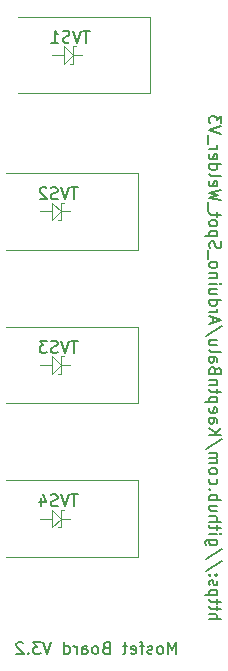
<source format=gbr>
G04 #@! TF.FileFunction,Legend,Bot*
%FSLAX46Y46*%
G04 Gerber Fmt 4.6, Leading zero omitted, Abs format (unit mm)*
G04 Created by KiCad (PCBNEW 4.0.4-stable) date 01/02/18 12:20:26*
%MOMM*%
%LPD*%
G01*
G04 APERTURE LIST*
%ADD10C,0.100000*%
%ADD11C,0.200000*%
%ADD12C,0.120000*%
%ADD13C,0.150000*%
G04 APERTURE END LIST*
D10*
X152250000Y-74000000D02*
X152250000Y-73250000D01*
X152000000Y-112500000D02*
X152750000Y-112500000D01*
X152500000Y-86500000D02*
X152750000Y-86500000D01*
X152000000Y-99500000D02*
X152750000Y-99500000D01*
X152000000Y-86500000D02*
X152500000Y-86500000D01*
X152000000Y-113250000D02*
X151750000Y-113250000D01*
X152000000Y-112500000D02*
X152000000Y-113250000D01*
X152000000Y-111750000D02*
X152250000Y-111750000D01*
X152000000Y-112500000D02*
X152000000Y-111750000D01*
X151250000Y-113250000D02*
X151250000Y-112500000D01*
X152000000Y-112500000D02*
X151250000Y-113250000D01*
X151250000Y-111750000D02*
X152000000Y-112500000D01*
X151250000Y-112500000D02*
X151250000Y-111750000D01*
X150250000Y-112500000D02*
X151250000Y-112500000D01*
X152000000Y-100250000D02*
X151750000Y-100250000D01*
X152000000Y-99500000D02*
X152000000Y-100250000D01*
X152000000Y-98750000D02*
X152250000Y-98750000D01*
X152000000Y-99500000D02*
X152000000Y-98750000D01*
X151250000Y-100250000D02*
X151250000Y-99500000D01*
X152000000Y-99500000D02*
X151250000Y-100250000D01*
X151250000Y-98750000D02*
X152000000Y-99500000D01*
X151250000Y-99500000D02*
X151250000Y-98750000D01*
X150250000Y-99500000D02*
X151250000Y-99500000D01*
X152000000Y-87250000D02*
X151750000Y-87250000D01*
X152000000Y-86500000D02*
X152000000Y-87250000D01*
X152000000Y-85750000D02*
X152250000Y-85750000D01*
X152000000Y-86500000D02*
X152000000Y-85750000D01*
X151250000Y-87250000D02*
X151250000Y-86500000D01*
X152000000Y-86500000D02*
X151250000Y-87250000D01*
X151250000Y-85750000D02*
X152000000Y-86500000D01*
X151250000Y-86500000D02*
X151250000Y-85750000D01*
X150250000Y-86500000D02*
X151250000Y-86500000D01*
D11*
X161738096Y-123952381D02*
X161738096Y-122952381D01*
X161404762Y-123666667D01*
X161071429Y-122952381D01*
X161071429Y-123952381D01*
X160452382Y-123952381D02*
X160547620Y-123904762D01*
X160595239Y-123857143D01*
X160642858Y-123761905D01*
X160642858Y-123476190D01*
X160595239Y-123380952D01*
X160547620Y-123333333D01*
X160452382Y-123285714D01*
X160309524Y-123285714D01*
X160214286Y-123333333D01*
X160166667Y-123380952D01*
X160119048Y-123476190D01*
X160119048Y-123761905D01*
X160166667Y-123857143D01*
X160214286Y-123904762D01*
X160309524Y-123952381D01*
X160452382Y-123952381D01*
X159738096Y-123904762D02*
X159642858Y-123952381D01*
X159452382Y-123952381D01*
X159357143Y-123904762D01*
X159309524Y-123809524D01*
X159309524Y-123761905D01*
X159357143Y-123666667D01*
X159452382Y-123619048D01*
X159595239Y-123619048D01*
X159690477Y-123571429D01*
X159738096Y-123476190D01*
X159738096Y-123428571D01*
X159690477Y-123333333D01*
X159595239Y-123285714D01*
X159452382Y-123285714D01*
X159357143Y-123333333D01*
X159023810Y-123285714D02*
X158642858Y-123285714D01*
X158880953Y-123952381D02*
X158880953Y-123095238D01*
X158833334Y-123000000D01*
X158738096Y-122952381D01*
X158642858Y-122952381D01*
X157928571Y-123904762D02*
X158023809Y-123952381D01*
X158214286Y-123952381D01*
X158309524Y-123904762D01*
X158357143Y-123809524D01*
X158357143Y-123428571D01*
X158309524Y-123333333D01*
X158214286Y-123285714D01*
X158023809Y-123285714D01*
X157928571Y-123333333D01*
X157880952Y-123428571D01*
X157880952Y-123523810D01*
X158357143Y-123619048D01*
X157595238Y-123285714D02*
X157214286Y-123285714D01*
X157452381Y-122952381D02*
X157452381Y-123809524D01*
X157404762Y-123904762D01*
X157309524Y-123952381D01*
X157214286Y-123952381D01*
X155785713Y-123428571D02*
X155642856Y-123476190D01*
X155595237Y-123523810D01*
X155547618Y-123619048D01*
X155547618Y-123761905D01*
X155595237Y-123857143D01*
X155642856Y-123904762D01*
X155738094Y-123952381D01*
X156119047Y-123952381D01*
X156119047Y-122952381D01*
X155785713Y-122952381D01*
X155690475Y-123000000D01*
X155642856Y-123047619D01*
X155595237Y-123142857D01*
X155595237Y-123238095D01*
X155642856Y-123333333D01*
X155690475Y-123380952D01*
X155785713Y-123428571D01*
X156119047Y-123428571D01*
X154976190Y-123952381D02*
X155071428Y-123904762D01*
X155119047Y-123857143D01*
X155166666Y-123761905D01*
X155166666Y-123476190D01*
X155119047Y-123380952D01*
X155071428Y-123333333D01*
X154976190Y-123285714D01*
X154833332Y-123285714D01*
X154738094Y-123333333D01*
X154690475Y-123380952D01*
X154642856Y-123476190D01*
X154642856Y-123761905D01*
X154690475Y-123857143D01*
X154738094Y-123904762D01*
X154833332Y-123952381D01*
X154976190Y-123952381D01*
X153785713Y-123952381D02*
X153785713Y-123428571D01*
X153833332Y-123333333D01*
X153928570Y-123285714D01*
X154119047Y-123285714D01*
X154214285Y-123333333D01*
X153785713Y-123904762D02*
X153880951Y-123952381D01*
X154119047Y-123952381D01*
X154214285Y-123904762D01*
X154261904Y-123809524D01*
X154261904Y-123714286D01*
X154214285Y-123619048D01*
X154119047Y-123571429D01*
X153880951Y-123571429D01*
X153785713Y-123523810D01*
X153309523Y-123952381D02*
X153309523Y-123285714D01*
X153309523Y-123476190D02*
X153261904Y-123380952D01*
X153214285Y-123333333D01*
X153119047Y-123285714D01*
X153023808Y-123285714D01*
X152261903Y-123952381D02*
X152261903Y-122952381D01*
X152261903Y-123904762D02*
X152357141Y-123952381D01*
X152547618Y-123952381D01*
X152642856Y-123904762D01*
X152690475Y-123857143D01*
X152738094Y-123761905D01*
X152738094Y-123476190D01*
X152690475Y-123380952D01*
X152642856Y-123333333D01*
X152547618Y-123285714D01*
X152357141Y-123285714D01*
X152261903Y-123333333D01*
X151166665Y-122952381D02*
X150833332Y-123952381D01*
X150499998Y-122952381D01*
X150261903Y-122952381D02*
X149642855Y-122952381D01*
X149976189Y-123333333D01*
X149833331Y-123333333D01*
X149738093Y-123380952D01*
X149690474Y-123428571D01*
X149642855Y-123523810D01*
X149642855Y-123761905D01*
X149690474Y-123857143D01*
X149738093Y-123904762D01*
X149833331Y-123952381D01*
X150119046Y-123952381D01*
X150214284Y-123904762D01*
X150261903Y-123857143D01*
X149214284Y-123857143D02*
X149166665Y-123904762D01*
X149214284Y-123952381D01*
X149261903Y-123904762D01*
X149214284Y-123857143D01*
X149214284Y-123952381D01*
X148785713Y-123047619D02*
X148738094Y-123000000D01*
X148642856Y-122952381D01*
X148404760Y-122952381D01*
X148309522Y-123000000D01*
X148261903Y-123047619D01*
X148214284Y-123142857D01*
X148214284Y-123238095D01*
X148261903Y-123380952D01*
X148833332Y-123952381D01*
X148214284Y-123952381D01*
D10*
X153000000Y-74000000D02*
X152750000Y-74000000D01*
X153000000Y-72500000D02*
X153250000Y-72500000D01*
X153000000Y-73250000D02*
X153750000Y-73250000D01*
X153000000Y-73250000D02*
X153000000Y-74000000D01*
X153000000Y-73250000D02*
X153000000Y-72500000D01*
X153000000Y-73250000D02*
X152250000Y-74000000D01*
X152250000Y-72500000D02*
X153000000Y-73250000D01*
X152250000Y-73250000D02*
X152250000Y-72500000D01*
X151250000Y-73250000D02*
X152250000Y-73250000D01*
D11*
X164547619Y-121035717D02*
X165547619Y-121035717D01*
X164547619Y-120607145D02*
X165071429Y-120607145D01*
X165166667Y-120654764D01*
X165214286Y-120750002D01*
X165214286Y-120892860D01*
X165166667Y-120988098D01*
X165119048Y-121035717D01*
X165214286Y-120273812D02*
X165214286Y-119892860D01*
X165547619Y-120130955D02*
X164690476Y-120130955D01*
X164595238Y-120083336D01*
X164547619Y-119988098D01*
X164547619Y-119892860D01*
X165214286Y-119702383D02*
X165214286Y-119321431D01*
X165547619Y-119559526D02*
X164690476Y-119559526D01*
X164595238Y-119511907D01*
X164547619Y-119416669D01*
X164547619Y-119321431D01*
X165214286Y-118988097D02*
X164214286Y-118988097D01*
X165166667Y-118988097D02*
X165214286Y-118892859D01*
X165214286Y-118702382D01*
X165166667Y-118607144D01*
X165119048Y-118559525D01*
X165023810Y-118511906D01*
X164738095Y-118511906D01*
X164642857Y-118559525D01*
X164595238Y-118607144D01*
X164547619Y-118702382D01*
X164547619Y-118892859D01*
X164595238Y-118988097D01*
X164595238Y-118130954D02*
X164547619Y-118035716D01*
X164547619Y-117845240D01*
X164595238Y-117750001D01*
X164690476Y-117702382D01*
X164738095Y-117702382D01*
X164833333Y-117750001D01*
X164880952Y-117845240D01*
X164880952Y-117988097D01*
X164928571Y-118083335D01*
X165023810Y-118130954D01*
X165071429Y-118130954D01*
X165166667Y-118083335D01*
X165214286Y-117988097D01*
X165214286Y-117845240D01*
X165166667Y-117750001D01*
X164642857Y-117273811D02*
X164595238Y-117226192D01*
X164547619Y-117273811D01*
X164595238Y-117321430D01*
X164642857Y-117273811D01*
X164547619Y-117273811D01*
X165166667Y-117273811D02*
X165119048Y-117226192D01*
X165071429Y-117273811D01*
X165119048Y-117321430D01*
X165166667Y-117273811D01*
X165071429Y-117273811D01*
X165595238Y-116083335D02*
X164309524Y-116940478D01*
X165595238Y-115035716D02*
X164309524Y-115892859D01*
X165214286Y-114273811D02*
X164404762Y-114273811D01*
X164309524Y-114321430D01*
X164261905Y-114369049D01*
X164214286Y-114464288D01*
X164214286Y-114607145D01*
X164261905Y-114702383D01*
X164595238Y-114273811D02*
X164547619Y-114369049D01*
X164547619Y-114559526D01*
X164595238Y-114654764D01*
X164642857Y-114702383D01*
X164738095Y-114750002D01*
X165023810Y-114750002D01*
X165119048Y-114702383D01*
X165166667Y-114654764D01*
X165214286Y-114559526D01*
X165214286Y-114369049D01*
X165166667Y-114273811D01*
X164547619Y-113797621D02*
X165214286Y-113797621D01*
X165547619Y-113797621D02*
X165500000Y-113845240D01*
X165452381Y-113797621D01*
X165500000Y-113750002D01*
X165547619Y-113797621D01*
X165452381Y-113797621D01*
X165214286Y-113464288D02*
X165214286Y-113083336D01*
X165547619Y-113321431D02*
X164690476Y-113321431D01*
X164595238Y-113273812D01*
X164547619Y-113178574D01*
X164547619Y-113083336D01*
X164547619Y-112750002D02*
X165547619Y-112750002D01*
X164547619Y-112321430D02*
X165071429Y-112321430D01*
X165166667Y-112369049D01*
X165214286Y-112464287D01*
X165214286Y-112607145D01*
X165166667Y-112702383D01*
X165119048Y-112750002D01*
X165214286Y-111416668D02*
X164547619Y-111416668D01*
X165214286Y-111845240D02*
X164690476Y-111845240D01*
X164595238Y-111797621D01*
X164547619Y-111702383D01*
X164547619Y-111559525D01*
X164595238Y-111464287D01*
X164642857Y-111416668D01*
X164547619Y-110940478D02*
X165547619Y-110940478D01*
X165166667Y-110940478D02*
X165214286Y-110845240D01*
X165214286Y-110654763D01*
X165166667Y-110559525D01*
X165119048Y-110511906D01*
X165023810Y-110464287D01*
X164738095Y-110464287D01*
X164642857Y-110511906D01*
X164595238Y-110559525D01*
X164547619Y-110654763D01*
X164547619Y-110845240D01*
X164595238Y-110940478D01*
X164642857Y-110035716D02*
X164595238Y-109988097D01*
X164547619Y-110035716D01*
X164595238Y-110083335D01*
X164642857Y-110035716D01*
X164547619Y-110035716D01*
X164595238Y-109130954D02*
X164547619Y-109226192D01*
X164547619Y-109416669D01*
X164595238Y-109511907D01*
X164642857Y-109559526D01*
X164738095Y-109607145D01*
X165023810Y-109607145D01*
X165119048Y-109559526D01*
X165166667Y-109511907D01*
X165214286Y-109416669D01*
X165214286Y-109226192D01*
X165166667Y-109130954D01*
X164547619Y-108559526D02*
X164595238Y-108654764D01*
X164642857Y-108702383D01*
X164738095Y-108750002D01*
X165023810Y-108750002D01*
X165119048Y-108702383D01*
X165166667Y-108654764D01*
X165214286Y-108559526D01*
X165214286Y-108416668D01*
X165166667Y-108321430D01*
X165119048Y-108273811D01*
X165023810Y-108226192D01*
X164738095Y-108226192D01*
X164642857Y-108273811D01*
X164595238Y-108321430D01*
X164547619Y-108416668D01*
X164547619Y-108559526D01*
X164547619Y-107797621D02*
X165214286Y-107797621D01*
X165119048Y-107797621D02*
X165166667Y-107750002D01*
X165214286Y-107654764D01*
X165214286Y-107511906D01*
X165166667Y-107416668D01*
X165071429Y-107369049D01*
X164547619Y-107369049D01*
X165071429Y-107369049D02*
X165166667Y-107321430D01*
X165214286Y-107226192D01*
X165214286Y-107083335D01*
X165166667Y-106988097D01*
X165071429Y-106940478D01*
X164547619Y-106940478D01*
X165595238Y-105750002D02*
X164309524Y-106607145D01*
X164547619Y-105416669D02*
X165547619Y-105416669D01*
X164547619Y-104845240D02*
X165119048Y-105273812D01*
X165547619Y-104845240D02*
X164976190Y-105416669D01*
X164547619Y-103988097D02*
X165071429Y-103988097D01*
X165166667Y-104035716D01*
X165214286Y-104130954D01*
X165214286Y-104321431D01*
X165166667Y-104416669D01*
X164595238Y-103988097D02*
X164547619Y-104083335D01*
X164547619Y-104321431D01*
X164595238Y-104416669D01*
X164690476Y-104464288D01*
X164785714Y-104464288D01*
X164880952Y-104416669D01*
X164928571Y-104321431D01*
X164928571Y-104083335D01*
X164976190Y-103988097D01*
X164595238Y-103130954D02*
X164547619Y-103226192D01*
X164547619Y-103416669D01*
X164595238Y-103511907D01*
X164690476Y-103559526D01*
X165071429Y-103559526D01*
X165166667Y-103511907D01*
X165214286Y-103416669D01*
X165214286Y-103226192D01*
X165166667Y-103130954D01*
X165071429Y-103083335D01*
X164976190Y-103083335D01*
X164880952Y-103559526D01*
X165214286Y-102654764D02*
X164214286Y-102654764D01*
X165166667Y-102654764D02*
X165214286Y-102559526D01*
X165214286Y-102369049D01*
X165166667Y-102273811D01*
X165119048Y-102226192D01*
X165023810Y-102178573D01*
X164738095Y-102178573D01*
X164642857Y-102226192D01*
X164595238Y-102273811D01*
X164547619Y-102369049D01*
X164547619Y-102559526D01*
X164595238Y-102654764D01*
X165214286Y-101892859D02*
X165214286Y-101511907D01*
X165547619Y-101750002D02*
X164690476Y-101750002D01*
X164595238Y-101702383D01*
X164547619Y-101607145D01*
X164547619Y-101511907D01*
X165214286Y-101178573D02*
X164547619Y-101178573D01*
X165119048Y-101178573D02*
X165166667Y-101130954D01*
X165214286Y-101035716D01*
X165214286Y-100892858D01*
X165166667Y-100797620D01*
X165071429Y-100750001D01*
X164547619Y-100750001D01*
X165071429Y-99940477D02*
X165023810Y-99797620D01*
X164976190Y-99750001D01*
X164880952Y-99702382D01*
X164738095Y-99702382D01*
X164642857Y-99750001D01*
X164595238Y-99797620D01*
X164547619Y-99892858D01*
X164547619Y-100273811D01*
X165547619Y-100273811D01*
X165547619Y-99940477D01*
X165500000Y-99845239D01*
X165452381Y-99797620D01*
X165357143Y-99750001D01*
X165261905Y-99750001D01*
X165166667Y-99797620D01*
X165119048Y-99845239D01*
X165071429Y-99940477D01*
X165071429Y-100273811D01*
X164547619Y-98845239D02*
X165071429Y-98845239D01*
X165166667Y-98892858D01*
X165214286Y-98988096D01*
X165214286Y-99178573D01*
X165166667Y-99273811D01*
X164595238Y-98845239D02*
X164547619Y-98940477D01*
X164547619Y-99178573D01*
X164595238Y-99273811D01*
X164690476Y-99321430D01*
X164785714Y-99321430D01*
X164880952Y-99273811D01*
X164928571Y-99178573D01*
X164928571Y-98940477D01*
X164976190Y-98845239D01*
X164547619Y-98226192D02*
X164595238Y-98321430D01*
X164690476Y-98369049D01*
X165547619Y-98369049D01*
X165214286Y-97416667D02*
X164547619Y-97416667D01*
X165214286Y-97845239D02*
X164690476Y-97845239D01*
X164595238Y-97797620D01*
X164547619Y-97702382D01*
X164547619Y-97559524D01*
X164595238Y-97464286D01*
X164642857Y-97416667D01*
X165595238Y-96226191D02*
X164309524Y-97083334D01*
X164833333Y-95940477D02*
X164833333Y-95464286D01*
X164547619Y-96035715D02*
X165547619Y-95702382D01*
X164547619Y-95369048D01*
X164547619Y-95035715D02*
X165214286Y-95035715D01*
X165023810Y-95035715D02*
X165119048Y-94988096D01*
X165166667Y-94940477D01*
X165214286Y-94845239D01*
X165214286Y-94750000D01*
X164547619Y-93988095D02*
X165547619Y-93988095D01*
X164595238Y-93988095D02*
X164547619Y-94083333D01*
X164547619Y-94273810D01*
X164595238Y-94369048D01*
X164642857Y-94416667D01*
X164738095Y-94464286D01*
X165023810Y-94464286D01*
X165119048Y-94416667D01*
X165166667Y-94369048D01*
X165214286Y-94273810D01*
X165214286Y-94083333D01*
X165166667Y-93988095D01*
X165214286Y-93083333D02*
X164547619Y-93083333D01*
X165214286Y-93511905D02*
X164690476Y-93511905D01*
X164595238Y-93464286D01*
X164547619Y-93369048D01*
X164547619Y-93226190D01*
X164595238Y-93130952D01*
X164642857Y-93083333D01*
X164547619Y-92607143D02*
X165214286Y-92607143D01*
X165547619Y-92607143D02*
X165500000Y-92654762D01*
X165452381Y-92607143D01*
X165500000Y-92559524D01*
X165547619Y-92607143D01*
X165452381Y-92607143D01*
X165214286Y-92130953D02*
X164547619Y-92130953D01*
X165119048Y-92130953D02*
X165166667Y-92083334D01*
X165214286Y-91988096D01*
X165214286Y-91845238D01*
X165166667Y-91750000D01*
X165071429Y-91702381D01*
X164547619Y-91702381D01*
X164547619Y-91083334D02*
X164595238Y-91178572D01*
X164642857Y-91226191D01*
X164738095Y-91273810D01*
X165023810Y-91273810D01*
X165119048Y-91226191D01*
X165166667Y-91178572D01*
X165214286Y-91083334D01*
X165214286Y-90940476D01*
X165166667Y-90845238D01*
X165119048Y-90797619D01*
X165023810Y-90750000D01*
X164738095Y-90750000D01*
X164642857Y-90797619D01*
X164595238Y-90845238D01*
X164547619Y-90940476D01*
X164547619Y-91083334D01*
X164452381Y-90559524D02*
X164452381Y-89797619D01*
X164595238Y-89607143D02*
X164547619Y-89464286D01*
X164547619Y-89226190D01*
X164595238Y-89130952D01*
X164642857Y-89083333D01*
X164738095Y-89035714D01*
X164833333Y-89035714D01*
X164928571Y-89083333D01*
X164976190Y-89130952D01*
X165023810Y-89226190D01*
X165071429Y-89416667D01*
X165119048Y-89511905D01*
X165166667Y-89559524D01*
X165261905Y-89607143D01*
X165357143Y-89607143D01*
X165452381Y-89559524D01*
X165500000Y-89511905D01*
X165547619Y-89416667D01*
X165547619Y-89178571D01*
X165500000Y-89035714D01*
X165214286Y-88607143D02*
X164214286Y-88607143D01*
X165166667Y-88607143D02*
X165214286Y-88511905D01*
X165214286Y-88321428D01*
X165166667Y-88226190D01*
X165119048Y-88178571D01*
X165023810Y-88130952D01*
X164738095Y-88130952D01*
X164642857Y-88178571D01*
X164595238Y-88226190D01*
X164547619Y-88321428D01*
X164547619Y-88511905D01*
X164595238Y-88607143D01*
X164547619Y-87559524D02*
X164595238Y-87654762D01*
X164642857Y-87702381D01*
X164738095Y-87750000D01*
X165023810Y-87750000D01*
X165119048Y-87702381D01*
X165166667Y-87654762D01*
X165214286Y-87559524D01*
X165214286Y-87416666D01*
X165166667Y-87321428D01*
X165119048Y-87273809D01*
X165023810Y-87226190D01*
X164738095Y-87226190D01*
X164642857Y-87273809D01*
X164595238Y-87321428D01*
X164547619Y-87416666D01*
X164547619Y-87559524D01*
X165214286Y-86940476D02*
X165214286Y-86559524D01*
X165547619Y-86797619D02*
X164690476Y-86797619D01*
X164595238Y-86750000D01*
X164547619Y-86654762D01*
X164547619Y-86559524D01*
X164452381Y-86464285D02*
X164452381Y-85702380D01*
X165547619Y-85559523D02*
X164547619Y-85321428D01*
X165261905Y-85130951D01*
X164547619Y-84940475D01*
X165547619Y-84702380D01*
X164595238Y-83940475D02*
X164547619Y-84035713D01*
X164547619Y-84226190D01*
X164595238Y-84321428D01*
X164690476Y-84369047D01*
X165071429Y-84369047D01*
X165166667Y-84321428D01*
X165214286Y-84226190D01*
X165214286Y-84035713D01*
X165166667Y-83940475D01*
X165071429Y-83892856D01*
X164976190Y-83892856D01*
X164880952Y-84369047D01*
X164547619Y-83321428D02*
X164595238Y-83416666D01*
X164690476Y-83464285D01*
X165547619Y-83464285D01*
X164547619Y-82511903D02*
X165547619Y-82511903D01*
X164595238Y-82511903D02*
X164547619Y-82607141D01*
X164547619Y-82797618D01*
X164595238Y-82892856D01*
X164642857Y-82940475D01*
X164738095Y-82988094D01*
X165023810Y-82988094D01*
X165119048Y-82940475D01*
X165166667Y-82892856D01*
X165214286Y-82797618D01*
X165214286Y-82607141D01*
X165166667Y-82511903D01*
X164595238Y-81654760D02*
X164547619Y-81749998D01*
X164547619Y-81940475D01*
X164595238Y-82035713D01*
X164690476Y-82083332D01*
X165071429Y-82083332D01*
X165166667Y-82035713D01*
X165214286Y-81940475D01*
X165214286Y-81749998D01*
X165166667Y-81654760D01*
X165071429Y-81607141D01*
X164976190Y-81607141D01*
X164880952Y-82083332D01*
X164547619Y-81178570D02*
X165214286Y-81178570D01*
X165023810Y-81178570D02*
X165119048Y-81130951D01*
X165166667Y-81083332D01*
X165214286Y-80988094D01*
X165214286Y-80892855D01*
X164452381Y-80797617D02*
X164452381Y-80035712D01*
X165547619Y-79940474D02*
X164547619Y-79607141D01*
X165547619Y-79273807D01*
X165547619Y-79035712D02*
X165547619Y-78416664D01*
X165166667Y-78749998D01*
X165166667Y-78607140D01*
X165119048Y-78511902D01*
X165071429Y-78464283D01*
X164976190Y-78416664D01*
X164738095Y-78416664D01*
X164642857Y-78464283D01*
X164595238Y-78511902D01*
X164547619Y-78607140D01*
X164547619Y-78892855D01*
X164595238Y-78988093D01*
X164642857Y-79035712D01*
D12*
X159550000Y-76500000D02*
X159550000Y-70000000D01*
X159550000Y-76500000D02*
X148350000Y-76500000D01*
X159550000Y-70000000D02*
X148350000Y-70000000D01*
X158550000Y-89750000D02*
X158550000Y-83250000D01*
X158550000Y-89750000D02*
X147350000Y-89750000D01*
X158550000Y-83250000D02*
X147350000Y-83250000D01*
X158550000Y-102750000D02*
X158550000Y-96250000D01*
X158550000Y-102750000D02*
X147350000Y-102750000D01*
X158550000Y-96250000D02*
X147350000Y-96250000D01*
X158550000Y-115750000D02*
X158550000Y-109250000D01*
X158550000Y-115750000D02*
X147350000Y-115750000D01*
X158550000Y-109250000D02*
X147350000Y-109250000D01*
D13*
X154416667Y-71202381D02*
X153845238Y-71202381D01*
X154130953Y-72202381D02*
X154130953Y-71202381D01*
X153654762Y-71202381D02*
X153321429Y-72202381D01*
X152988095Y-71202381D01*
X152702381Y-72154762D02*
X152559524Y-72202381D01*
X152321428Y-72202381D01*
X152226190Y-72154762D01*
X152178571Y-72107143D01*
X152130952Y-72011905D01*
X152130952Y-71916667D01*
X152178571Y-71821429D01*
X152226190Y-71773810D01*
X152321428Y-71726190D01*
X152511905Y-71678571D01*
X152607143Y-71630952D01*
X152654762Y-71583333D01*
X152702381Y-71488095D01*
X152702381Y-71392857D01*
X152654762Y-71297619D01*
X152607143Y-71250000D01*
X152511905Y-71202381D01*
X152273809Y-71202381D01*
X152130952Y-71250000D01*
X151178571Y-72202381D02*
X151750000Y-72202381D01*
X151464286Y-72202381D02*
X151464286Y-71202381D01*
X151559524Y-71345238D01*
X151654762Y-71440476D01*
X151750000Y-71488095D01*
X153416667Y-84452381D02*
X152845238Y-84452381D01*
X153130953Y-85452381D02*
X153130953Y-84452381D01*
X152654762Y-84452381D02*
X152321429Y-85452381D01*
X151988095Y-84452381D01*
X151702381Y-85404762D02*
X151559524Y-85452381D01*
X151321428Y-85452381D01*
X151226190Y-85404762D01*
X151178571Y-85357143D01*
X151130952Y-85261905D01*
X151130952Y-85166667D01*
X151178571Y-85071429D01*
X151226190Y-85023810D01*
X151321428Y-84976190D01*
X151511905Y-84928571D01*
X151607143Y-84880952D01*
X151654762Y-84833333D01*
X151702381Y-84738095D01*
X151702381Y-84642857D01*
X151654762Y-84547619D01*
X151607143Y-84500000D01*
X151511905Y-84452381D01*
X151273809Y-84452381D01*
X151130952Y-84500000D01*
X150750000Y-84547619D02*
X150702381Y-84500000D01*
X150607143Y-84452381D01*
X150369047Y-84452381D01*
X150273809Y-84500000D01*
X150226190Y-84547619D01*
X150178571Y-84642857D01*
X150178571Y-84738095D01*
X150226190Y-84880952D01*
X150797619Y-85452381D01*
X150178571Y-85452381D01*
X153416667Y-97452381D02*
X152845238Y-97452381D01*
X153130953Y-98452381D02*
X153130953Y-97452381D01*
X152654762Y-97452381D02*
X152321429Y-98452381D01*
X151988095Y-97452381D01*
X151702381Y-98404762D02*
X151559524Y-98452381D01*
X151321428Y-98452381D01*
X151226190Y-98404762D01*
X151178571Y-98357143D01*
X151130952Y-98261905D01*
X151130952Y-98166667D01*
X151178571Y-98071429D01*
X151226190Y-98023810D01*
X151321428Y-97976190D01*
X151511905Y-97928571D01*
X151607143Y-97880952D01*
X151654762Y-97833333D01*
X151702381Y-97738095D01*
X151702381Y-97642857D01*
X151654762Y-97547619D01*
X151607143Y-97500000D01*
X151511905Y-97452381D01*
X151273809Y-97452381D01*
X151130952Y-97500000D01*
X150797619Y-97452381D02*
X150178571Y-97452381D01*
X150511905Y-97833333D01*
X150369047Y-97833333D01*
X150273809Y-97880952D01*
X150226190Y-97928571D01*
X150178571Y-98023810D01*
X150178571Y-98261905D01*
X150226190Y-98357143D01*
X150273809Y-98404762D01*
X150369047Y-98452381D01*
X150654762Y-98452381D01*
X150750000Y-98404762D01*
X150797619Y-98357143D01*
X153416667Y-110452381D02*
X152845238Y-110452381D01*
X153130953Y-111452381D02*
X153130953Y-110452381D01*
X152654762Y-110452381D02*
X152321429Y-111452381D01*
X151988095Y-110452381D01*
X151702381Y-111404762D02*
X151559524Y-111452381D01*
X151321428Y-111452381D01*
X151226190Y-111404762D01*
X151178571Y-111357143D01*
X151130952Y-111261905D01*
X151130952Y-111166667D01*
X151178571Y-111071429D01*
X151226190Y-111023810D01*
X151321428Y-110976190D01*
X151511905Y-110928571D01*
X151607143Y-110880952D01*
X151654762Y-110833333D01*
X151702381Y-110738095D01*
X151702381Y-110642857D01*
X151654762Y-110547619D01*
X151607143Y-110500000D01*
X151511905Y-110452381D01*
X151273809Y-110452381D01*
X151130952Y-110500000D01*
X150273809Y-110785714D02*
X150273809Y-111452381D01*
X150511905Y-110404762D02*
X150750000Y-111119048D01*
X150130952Y-111119048D01*
M02*

</source>
